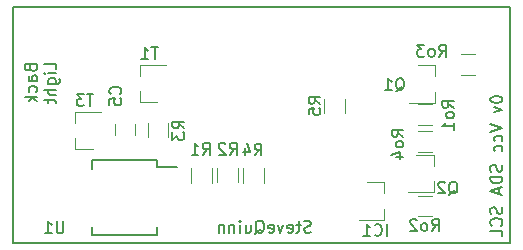
<source format=gbr>
%TF.GenerationSoftware,KiCad,Pcbnew,4.0.7*%
%TF.CreationDate,2018-11-26T14:01:30+00:00*%
%TF.ProjectId,LCD_Controller,4C43445F436F6E74726F6C6C65722E6B,rev?*%
%TF.FileFunction,Legend,Bot*%
%FSLAX46Y46*%
G04 Gerber Fmt 4.6, Leading zero omitted, Abs format (unit mm)*
G04 Created by KiCad (PCBNEW 4.0.7) date 11/26/18 14:01:30*
%MOMM*%
%LPD*%
G01*
G04 APERTURE LIST*
%ADD10C,0.150000*%
%ADD11C,0.120000*%
G04 APERTURE END LIST*
D10*
X141216571Y-54373615D02*
X141264190Y-54516472D01*
X141311810Y-54564091D01*
X141407048Y-54611710D01*
X141549905Y-54611710D01*
X141645143Y-54564091D01*
X141692762Y-54516472D01*
X141740381Y-54421234D01*
X141740381Y-54040281D01*
X140740381Y-54040281D01*
X140740381Y-54373615D01*
X140788000Y-54468853D01*
X140835619Y-54516472D01*
X140930857Y-54564091D01*
X141026095Y-54564091D01*
X141121333Y-54516472D01*
X141168952Y-54468853D01*
X141216571Y-54373615D01*
X141216571Y-54040281D01*
X141740381Y-55468853D02*
X141216571Y-55468853D01*
X141121333Y-55421234D01*
X141073714Y-55325996D01*
X141073714Y-55135519D01*
X141121333Y-55040281D01*
X141692762Y-55468853D02*
X141740381Y-55373615D01*
X141740381Y-55135519D01*
X141692762Y-55040281D01*
X141597524Y-54992662D01*
X141502286Y-54992662D01*
X141407048Y-55040281D01*
X141359429Y-55135519D01*
X141359429Y-55373615D01*
X141311810Y-55468853D01*
X141692762Y-56373615D02*
X141740381Y-56278377D01*
X141740381Y-56087900D01*
X141692762Y-55992662D01*
X141645143Y-55945043D01*
X141549905Y-55897424D01*
X141264190Y-55897424D01*
X141168952Y-55945043D01*
X141121333Y-55992662D01*
X141073714Y-56087900D01*
X141073714Y-56278377D01*
X141121333Y-56373615D01*
X141740381Y-56802186D02*
X140740381Y-56802186D01*
X141359429Y-56897424D02*
X141740381Y-57183139D01*
X141073714Y-57183139D02*
X141454667Y-56802186D01*
X143390381Y-54468853D02*
X143390381Y-53992662D01*
X142390381Y-53992662D01*
X143390381Y-54802186D02*
X142723714Y-54802186D01*
X142390381Y-54802186D02*
X142438000Y-54754567D01*
X142485619Y-54802186D01*
X142438000Y-54849805D01*
X142390381Y-54802186D01*
X142485619Y-54802186D01*
X142723714Y-55706948D02*
X143533238Y-55706948D01*
X143628476Y-55659329D01*
X143676095Y-55611710D01*
X143723714Y-55516471D01*
X143723714Y-55373614D01*
X143676095Y-55278376D01*
X143342762Y-55706948D02*
X143390381Y-55611710D01*
X143390381Y-55421233D01*
X143342762Y-55325995D01*
X143295143Y-55278376D01*
X143199905Y-55230757D01*
X142914190Y-55230757D01*
X142818952Y-55278376D01*
X142771333Y-55325995D01*
X142723714Y-55421233D01*
X142723714Y-55611710D01*
X142771333Y-55706948D01*
X143390381Y-56183138D02*
X142390381Y-56183138D01*
X143390381Y-56611710D02*
X142866571Y-56611710D01*
X142771333Y-56564091D01*
X142723714Y-56468853D01*
X142723714Y-56325995D01*
X142771333Y-56230757D01*
X142818952Y-56183138D01*
X142723714Y-56945043D02*
X142723714Y-57325995D01*
X142390381Y-57087900D02*
X143247524Y-57087900D01*
X143342762Y-57135519D01*
X143390381Y-57230757D01*
X143390381Y-57325995D01*
X180173381Y-56980842D02*
X180173381Y-57076081D01*
X180221000Y-57171319D01*
X180268619Y-57218938D01*
X180363857Y-57266557D01*
X180554333Y-57314176D01*
X180792429Y-57314176D01*
X180982905Y-57266557D01*
X181078143Y-57218938D01*
X181125762Y-57171319D01*
X181173381Y-57076081D01*
X181173381Y-56980842D01*
X181125762Y-56885604D01*
X181078143Y-56837985D01*
X180982905Y-56790366D01*
X180792429Y-56742747D01*
X180554333Y-56742747D01*
X180363857Y-56790366D01*
X180268619Y-56837985D01*
X180221000Y-56885604D01*
X180173381Y-56980842D01*
X180506714Y-57647509D02*
X181173381Y-57885604D01*
X180506714Y-58123700D01*
X180173381Y-59123700D02*
X181173381Y-59457033D01*
X180173381Y-59790367D01*
X181125762Y-60552272D02*
X181173381Y-60457034D01*
X181173381Y-60266557D01*
X181125762Y-60171319D01*
X181078143Y-60123700D01*
X180982905Y-60076081D01*
X180697190Y-60076081D01*
X180601952Y-60123700D01*
X180554333Y-60171319D01*
X180506714Y-60266557D01*
X180506714Y-60457034D01*
X180554333Y-60552272D01*
X181125762Y-61409415D02*
X181173381Y-61314177D01*
X181173381Y-61123700D01*
X181125762Y-61028462D01*
X181078143Y-60980843D01*
X180982905Y-60933224D01*
X180697190Y-60933224D01*
X180601952Y-60980843D01*
X180554333Y-61028462D01*
X180506714Y-61123700D01*
X180506714Y-61314177D01*
X180554333Y-61409415D01*
X181125762Y-62552272D02*
X181173381Y-62695129D01*
X181173381Y-62933225D01*
X181125762Y-63028463D01*
X181078143Y-63076082D01*
X180982905Y-63123701D01*
X180887667Y-63123701D01*
X180792429Y-63076082D01*
X180744810Y-63028463D01*
X180697190Y-62933225D01*
X180649571Y-62742748D01*
X180601952Y-62647510D01*
X180554333Y-62599891D01*
X180459095Y-62552272D01*
X180363857Y-62552272D01*
X180268619Y-62599891D01*
X180221000Y-62647510D01*
X180173381Y-62742748D01*
X180173381Y-62980844D01*
X180221000Y-63123701D01*
X181173381Y-63552272D02*
X180173381Y-63552272D01*
X180173381Y-63790367D01*
X180221000Y-63933225D01*
X180316238Y-64028463D01*
X180411476Y-64076082D01*
X180601952Y-64123701D01*
X180744810Y-64123701D01*
X180935286Y-64076082D01*
X181030524Y-64028463D01*
X181125762Y-63933225D01*
X181173381Y-63790367D01*
X181173381Y-63552272D01*
X180887667Y-64504653D02*
X180887667Y-64980844D01*
X181173381Y-64409415D02*
X180173381Y-64742748D01*
X181173381Y-65076082D01*
X181125762Y-66123701D02*
X181173381Y-66266558D01*
X181173381Y-66504654D01*
X181125762Y-66599892D01*
X181078143Y-66647511D01*
X180982905Y-66695130D01*
X180887667Y-66695130D01*
X180792429Y-66647511D01*
X180744810Y-66599892D01*
X180697190Y-66504654D01*
X180649571Y-66314177D01*
X180601952Y-66218939D01*
X180554333Y-66171320D01*
X180459095Y-66123701D01*
X180363857Y-66123701D01*
X180268619Y-66171320D01*
X180221000Y-66218939D01*
X180173381Y-66314177D01*
X180173381Y-66552273D01*
X180221000Y-66695130D01*
X181078143Y-67695130D02*
X181125762Y-67647511D01*
X181173381Y-67504654D01*
X181173381Y-67409416D01*
X181125762Y-67266558D01*
X181030524Y-67171320D01*
X180935286Y-67123701D01*
X180744810Y-67076082D01*
X180601952Y-67076082D01*
X180411476Y-67123701D01*
X180316238Y-67171320D01*
X180221000Y-67266558D01*
X180173381Y-67409416D01*
X180173381Y-67504654D01*
X180221000Y-67647511D01*
X180268619Y-67695130D01*
X181173381Y-68599892D02*
X181173381Y-68123701D01*
X180173381Y-68123701D01*
X164964572Y-68248162D02*
X164821715Y-68295781D01*
X164583619Y-68295781D01*
X164488381Y-68248162D01*
X164440762Y-68200543D01*
X164393143Y-68105305D01*
X164393143Y-68010067D01*
X164440762Y-67914829D01*
X164488381Y-67867210D01*
X164583619Y-67819590D01*
X164774096Y-67771971D01*
X164869334Y-67724352D01*
X164916953Y-67676733D01*
X164964572Y-67581495D01*
X164964572Y-67486257D01*
X164916953Y-67391019D01*
X164869334Y-67343400D01*
X164774096Y-67295781D01*
X164536000Y-67295781D01*
X164393143Y-67343400D01*
X164107429Y-67629114D02*
X163726477Y-67629114D01*
X163964572Y-67295781D02*
X163964572Y-68152924D01*
X163916953Y-68248162D01*
X163821715Y-68295781D01*
X163726477Y-68295781D01*
X163012190Y-68248162D02*
X163107428Y-68295781D01*
X163297905Y-68295781D01*
X163393143Y-68248162D01*
X163440762Y-68152924D01*
X163440762Y-67771971D01*
X163393143Y-67676733D01*
X163297905Y-67629114D01*
X163107428Y-67629114D01*
X163012190Y-67676733D01*
X162964571Y-67771971D01*
X162964571Y-67867210D01*
X163440762Y-67962448D01*
X162631238Y-67629114D02*
X162393143Y-68295781D01*
X162155047Y-67629114D01*
X161393142Y-68248162D02*
X161488380Y-68295781D01*
X161678857Y-68295781D01*
X161774095Y-68248162D01*
X161821714Y-68152924D01*
X161821714Y-67771971D01*
X161774095Y-67676733D01*
X161678857Y-67629114D01*
X161488380Y-67629114D01*
X161393142Y-67676733D01*
X161345523Y-67771971D01*
X161345523Y-67867210D01*
X161821714Y-67962448D01*
X160250285Y-68391019D02*
X160345523Y-68343400D01*
X160440761Y-68248162D01*
X160583618Y-68105305D01*
X160678857Y-68057686D01*
X160774095Y-68057686D01*
X160726476Y-68295781D02*
X160821714Y-68248162D01*
X160916952Y-68152924D01*
X160964571Y-67962448D01*
X160964571Y-67629114D01*
X160916952Y-67438638D01*
X160821714Y-67343400D01*
X160726476Y-67295781D01*
X160535999Y-67295781D01*
X160440761Y-67343400D01*
X160345523Y-67438638D01*
X160297904Y-67629114D01*
X160297904Y-67962448D01*
X160345523Y-68152924D01*
X160440761Y-68248162D01*
X160535999Y-68295781D01*
X160726476Y-68295781D01*
X159440761Y-67629114D02*
X159440761Y-68295781D01*
X159869333Y-67629114D02*
X159869333Y-68152924D01*
X159821714Y-68248162D01*
X159726476Y-68295781D01*
X159583618Y-68295781D01*
X159488380Y-68248162D01*
X159440761Y-68200543D01*
X158964571Y-68295781D02*
X158964571Y-67629114D01*
X158964571Y-67295781D02*
X159012190Y-67343400D01*
X158964571Y-67391019D01*
X158916952Y-67343400D01*
X158964571Y-67295781D01*
X158964571Y-67391019D01*
X158488381Y-67629114D02*
X158488381Y-68295781D01*
X158488381Y-67724352D02*
X158440762Y-67676733D01*
X158345524Y-67629114D01*
X158202666Y-67629114D01*
X158107428Y-67676733D01*
X158059809Y-67771971D01*
X158059809Y-68295781D01*
X157583619Y-67629114D02*
X157583619Y-68295781D01*
X157583619Y-67724352D02*
X157536000Y-67676733D01*
X157440762Y-67629114D01*
X157297904Y-67629114D01*
X157202666Y-67676733D01*
X157155047Y-67771971D01*
X157155047Y-68295781D01*
X181787800Y-69189600D02*
X181787800Y-49174400D01*
X139776200Y-69189600D02*
X181787800Y-69189600D01*
X139776200Y-49174400D02*
X139776200Y-69189600D01*
X181813200Y-49174400D02*
X139776200Y-49174400D01*
D11*
X148400400Y-60063000D02*
X148400400Y-59063000D01*
X150100400Y-59063000D02*
X150100400Y-60063000D01*
X171194000Y-64040900D02*
X171194000Y-64970900D01*
X171194000Y-67200900D02*
X171194000Y-66270900D01*
X171194000Y-67200900D02*
X169034000Y-67200900D01*
X171194000Y-64040900D02*
X169734000Y-64040900D01*
X175473900Y-54134900D02*
X175473900Y-55064900D01*
X175473900Y-57294900D02*
X175473900Y-56364900D01*
X175473900Y-57294900D02*
X173313900Y-57294900D01*
X175473900Y-54134900D02*
X174013900Y-54134900D01*
X175359600Y-61729500D02*
X175359600Y-62659500D01*
X175359600Y-64889500D02*
X175359600Y-63959500D01*
X175359600Y-64889500D02*
X173199600Y-64889500D01*
X175359600Y-61729500D02*
X173899600Y-61729500D01*
X156569300Y-64061900D02*
X156569300Y-62861900D01*
X154809300Y-62861900D02*
X154809300Y-64061900D01*
X158791800Y-64049200D02*
X158791800Y-62849200D01*
X157031800Y-62849200D02*
X157031800Y-64049200D01*
X152899000Y-60188400D02*
X152899000Y-58988400D01*
X151139000Y-58988400D02*
X151139000Y-60188400D01*
X160976200Y-64061900D02*
X160976200Y-62861900D01*
X159216200Y-62861900D02*
X159216200Y-64061900D01*
X167846900Y-58143700D02*
X167846900Y-56943700D01*
X166086900Y-56943700D02*
X166086900Y-58143700D01*
X175237700Y-57400300D02*
X174037700Y-57400300D01*
X174037700Y-59160300D02*
X175237700Y-59160300D01*
X175199600Y-65172700D02*
X173999600Y-65172700D01*
X173999600Y-66932700D02*
X175199600Y-66932700D01*
X177695300Y-54956600D02*
X178895300Y-54956600D01*
X178895300Y-53196600D02*
X177695300Y-53196600D01*
X175199600Y-59699000D02*
X173999600Y-59699000D01*
X173999600Y-61459000D02*
X175199600Y-61459000D01*
X150509700Y-57231400D02*
X150509700Y-56301400D01*
X150509700Y-54071400D02*
X150509700Y-55001400D01*
X150509700Y-54071400D02*
X152669700Y-54071400D01*
X150509700Y-57231400D02*
X151969700Y-57231400D01*
X145036000Y-61206500D02*
X145036000Y-60276500D01*
X145036000Y-58046500D02*
X145036000Y-58976500D01*
X145036000Y-58046500D02*
X147196000Y-58046500D01*
X145036000Y-61206500D02*
X146496000Y-61206500D01*
D10*
X151911500Y-62123800D02*
X151911500Y-62778800D01*
X146411500Y-62123800D02*
X146411500Y-62873800D01*
X146411500Y-68533800D02*
X146411500Y-67783800D01*
X151911500Y-68533800D02*
X151911500Y-67783800D01*
X151911500Y-62123800D02*
X146411500Y-62123800D01*
X151911500Y-68533800D02*
X146411500Y-68533800D01*
X151911500Y-62778800D02*
X153661500Y-62778800D01*
X148820143Y-56551534D02*
X148867762Y-56503915D01*
X148915381Y-56361058D01*
X148915381Y-56265820D01*
X148867762Y-56122962D01*
X148772524Y-56027724D01*
X148677286Y-55980105D01*
X148486810Y-55932486D01*
X148343952Y-55932486D01*
X148153476Y-55980105D01*
X148058238Y-56027724D01*
X147963000Y-56122962D01*
X147915381Y-56265820D01*
X147915381Y-56361058D01*
X147963000Y-56503915D01*
X148010619Y-56551534D01*
X147915381Y-57456296D02*
X147915381Y-56980105D01*
X148391571Y-56932486D01*
X148343952Y-56980105D01*
X148296333Y-57075343D01*
X148296333Y-57313439D01*
X148343952Y-57408677D01*
X148391571Y-57456296D01*
X148486810Y-57503915D01*
X148724905Y-57503915D01*
X148820143Y-57456296D01*
X148867762Y-57408677D01*
X148915381Y-57313439D01*
X148915381Y-57075343D01*
X148867762Y-56980105D01*
X148820143Y-56932486D01*
X171410190Y-68573281D02*
X171410190Y-67573281D01*
X170362571Y-68478043D02*
X170410190Y-68525662D01*
X170553047Y-68573281D01*
X170648285Y-68573281D01*
X170791143Y-68525662D01*
X170886381Y-68430424D01*
X170934000Y-68335186D01*
X170981619Y-68144710D01*
X170981619Y-68001852D01*
X170934000Y-67811376D01*
X170886381Y-67716138D01*
X170791143Y-67620900D01*
X170648285Y-67573281D01*
X170553047Y-67573281D01*
X170410190Y-67620900D01*
X170362571Y-67668519D01*
X169410190Y-68573281D02*
X169981619Y-68573281D01*
X169695905Y-68573281D02*
X169695905Y-67573281D01*
X169791143Y-67716138D01*
X169886381Y-67811376D01*
X169981619Y-67858995D01*
X172142138Y-56313319D02*
X172237376Y-56265700D01*
X172332614Y-56170462D01*
X172475471Y-56027605D01*
X172570710Y-55979986D01*
X172665948Y-55979986D01*
X172618329Y-56218081D02*
X172713567Y-56170462D01*
X172808805Y-56075224D01*
X172856424Y-55884748D01*
X172856424Y-55551414D01*
X172808805Y-55360938D01*
X172713567Y-55265700D01*
X172618329Y-55218081D01*
X172427852Y-55218081D01*
X172332614Y-55265700D01*
X172237376Y-55360938D01*
X172189757Y-55551414D01*
X172189757Y-55884748D01*
X172237376Y-56075224D01*
X172332614Y-56170462D01*
X172427852Y-56218081D01*
X172618329Y-56218081D01*
X171237376Y-56218081D02*
X171808805Y-56218081D01*
X171523091Y-56218081D02*
X171523091Y-55218081D01*
X171618329Y-55360938D01*
X171713567Y-55456176D01*
X171808805Y-55503795D01*
X176637938Y-65076319D02*
X176733176Y-65028700D01*
X176828414Y-64933462D01*
X176971271Y-64790605D01*
X177066510Y-64742986D01*
X177161748Y-64742986D01*
X177114129Y-64981081D02*
X177209367Y-64933462D01*
X177304605Y-64838224D01*
X177352224Y-64647748D01*
X177352224Y-64314414D01*
X177304605Y-64123938D01*
X177209367Y-64028700D01*
X177114129Y-63981081D01*
X176923652Y-63981081D01*
X176828414Y-64028700D01*
X176733176Y-64123938D01*
X176685557Y-64314414D01*
X176685557Y-64647748D01*
X176733176Y-64838224D01*
X176828414Y-64933462D01*
X176923652Y-64981081D01*
X177114129Y-64981081D01*
X176304605Y-64076319D02*
X176256986Y-64028700D01*
X176161748Y-63981081D01*
X175923652Y-63981081D01*
X175828414Y-64028700D01*
X175780795Y-64076319D01*
X175733176Y-64171557D01*
X175733176Y-64266795D01*
X175780795Y-64409652D01*
X176352224Y-64981081D01*
X175733176Y-64981081D01*
X155817866Y-61704481D02*
X156151200Y-61228290D01*
X156389295Y-61704481D02*
X156389295Y-60704481D01*
X156008342Y-60704481D01*
X155913104Y-60752100D01*
X155865485Y-60799719D01*
X155817866Y-60894957D01*
X155817866Y-61037814D01*
X155865485Y-61133052D01*
X155913104Y-61180671D01*
X156008342Y-61228290D01*
X156389295Y-61228290D01*
X154865485Y-61704481D02*
X155436914Y-61704481D01*
X155151200Y-61704481D02*
X155151200Y-60704481D01*
X155246438Y-60847338D01*
X155341676Y-60942576D01*
X155436914Y-60990195D01*
X158103866Y-61691781D02*
X158437200Y-61215590D01*
X158675295Y-61691781D02*
X158675295Y-60691781D01*
X158294342Y-60691781D01*
X158199104Y-60739400D01*
X158151485Y-60787019D01*
X158103866Y-60882257D01*
X158103866Y-61025114D01*
X158151485Y-61120352D01*
X158199104Y-61167971D01*
X158294342Y-61215590D01*
X158675295Y-61215590D01*
X157722914Y-60787019D02*
X157675295Y-60739400D01*
X157580057Y-60691781D01*
X157341961Y-60691781D01*
X157246723Y-60739400D01*
X157199104Y-60787019D01*
X157151485Y-60882257D01*
X157151485Y-60977495D01*
X157199104Y-61120352D01*
X157770533Y-61691781D01*
X157151485Y-61691781D01*
X154249381Y-59472534D02*
X153773190Y-59139200D01*
X154249381Y-58901105D02*
X153249381Y-58901105D01*
X153249381Y-59282058D01*
X153297000Y-59377296D01*
X153344619Y-59424915D01*
X153439857Y-59472534D01*
X153582714Y-59472534D01*
X153677952Y-59424915D01*
X153725571Y-59377296D01*
X153773190Y-59282058D01*
X153773190Y-58901105D01*
X153249381Y-59805867D02*
X153249381Y-60424915D01*
X153630333Y-60091581D01*
X153630333Y-60234439D01*
X153677952Y-60329677D01*
X153725571Y-60377296D01*
X153820810Y-60424915D01*
X154058905Y-60424915D01*
X154154143Y-60377296D01*
X154201762Y-60329677D01*
X154249381Y-60234439D01*
X154249381Y-59948724D01*
X154201762Y-59853486D01*
X154154143Y-59805867D01*
X160212066Y-61767981D02*
X160545400Y-61291790D01*
X160783495Y-61767981D02*
X160783495Y-60767981D01*
X160402542Y-60767981D01*
X160307304Y-60815600D01*
X160259685Y-60863219D01*
X160212066Y-60958457D01*
X160212066Y-61101314D01*
X160259685Y-61196552D01*
X160307304Y-61244171D01*
X160402542Y-61291790D01*
X160783495Y-61291790D01*
X159354923Y-61101314D02*
X159354923Y-61767981D01*
X159593019Y-60720362D02*
X159831114Y-61434648D01*
X159212066Y-61434648D01*
X165769281Y-57377034D02*
X165293090Y-57043700D01*
X165769281Y-56805605D02*
X164769281Y-56805605D01*
X164769281Y-57186558D01*
X164816900Y-57281796D01*
X164864519Y-57329415D01*
X164959757Y-57377034D01*
X165102614Y-57377034D01*
X165197852Y-57329415D01*
X165245471Y-57281796D01*
X165293090Y-57186558D01*
X165293090Y-56805605D01*
X164769281Y-58281796D02*
X164769281Y-57805605D01*
X165245471Y-57757986D01*
X165197852Y-57805605D01*
X165150233Y-57900843D01*
X165150233Y-58138939D01*
X165197852Y-58234177D01*
X165245471Y-58281796D01*
X165340710Y-58329415D01*
X165578805Y-58329415D01*
X165674043Y-58281796D01*
X165721662Y-58234177D01*
X165769281Y-58138939D01*
X165769281Y-57900843D01*
X165721662Y-57805605D01*
X165674043Y-57757986D01*
X177071281Y-57724753D02*
X176595090Y-57391419D01*
X177071281Y-57153324D02*
X176071281Y-57153324D01*
X176071281Y-57534277D01*
X176118900Y-57629515D01*
X176166519Y-57677134D01*
X176261757Y-57724753D01*
X176404614Y-57724753D01*
X176499852Y-57677134D01*
X176547471Y-57629515D01*
X176595090Y-57534277D01*
X176595090Y-57153324D01*
X177071281Y-58296181D02*
X177023662Y-58200943D01*
X176976043Y-58153324D01*
X176880805Y-58105705D01*
X176595090Y-58105705D01*
X176499852Y-58153324D01*
X176452233Y-58200943D01*
X176404614Y-58296181D01*
X176404614Y-58439039D01*
X176452233Y-58534277D01*
X176499852Y-58581896D01*
X176595090Y-58629515D01*
X176880805Y-58629515D01*
X176976043Y-58581896D01*
X177023662Y-58534277D01*
X177071281Y-58439039D01*
X177071281Y-58296181D01*
X177071281Y-59581896D02*
X177071281Y-59010467D01*
X177071281Y-59296181D02*
X176071281Y-59296181D01*
X176214138Y-59200943D01*
X176309376Y-59105705D01*
X176356995Y-59010467D01*
X175218647Y-68155081D02*
X175551981Y-67678890D01*
X175790076Y-68155081D02*
X175790076Y-67155081D01*
X175409123Y-67155081D01*
X175313885Y-67202700D01*
X175266266Y-67250319D01*
X175218647Y-67345557D01*
X175218647Y-67488414D01*
X175266266Y-67583652D01*
X175313885Y-67631271D01*
X175409123Y-67678890D01*
X175790076Y-67678890D01*
X174647219Y-68155081D02*
X174742457Y-68107462D01*
X174790076Y-68059843D01*
X174837695Y-67964605D01*
X174837695Y-67678890D01*
X174790076Y-67583652D01*
X174742457Y-67536033D01*
X174647219Y-67488414D01*
X174504361Y-67488414D01*
X174409123Y-67536033D01*
X174361504Y-67583652D01*
X174313885Y-67678890D01*
X174313885Y-67964605D01*
X174361504Y-68059843D01*
X174409123Y-68107462D01*
X174504361Y-68155081D01*
X174647219Y-68155081D01*
X173932933Y-67250319D02*
X173885314Y-67202700D01*
X173790076Y-67155081D01*
X173551980Y-67155081D01*
X173456742Y-67202700D01*
X173409123Y-67250319D01*
X173361504Y-67345557D01*
X173361504Y-67440795D01*
X173409123Y-67583652D01*
X173980552Y-68155081D01*
X173361504Y-68155081D01*
X175815547Y-53398681D02*
X176148881Y-52922490D01*
X176386976Y-53398681D02*
X176386976Y-52398681D01*
X176006023Y-52398681D01*
X175910785Y-52446300D01*
X175863166Y-52493919D01*
X175815547Y-52589157D01*
X175815547Y-52732014D01*
X175863166Y-52827252D01*
X175910785Y-52874871D01*
X176006023Y-52922490D01*
X176386976Y-52922490D01*
X175244119Y-53398681D02*
X175339357Y-53351062D01*
X175386976Y-53303443D01*
X175434595Y-53208205D01*
X175434595Y-52922490D01*
X175386976Y-52827252D01*
X175339357Y-52779633D01*
X175244119Y-52732014D01*
X175101261Y-52732014D01*
X175006023Y-52779633D01*
X174958404Y-52827252D01*
X174910785Y-52922490D01*
X174910785Y-53208205D01*
X174958404Y-53303443D01*
X175006023Y-53351062D01*
X175101261Y-53398681D01*
X175244119Y-53398681D01*
X174577452Y-52398681D02*
X173958404Y-52398681D01*
X174291738Y-52779633D01*
X174148880Y-52779633D01*
X174053642Y-52827252D01*
X174006023Y-52874871D01*
X173958404Y-52970110D01*
X173958404Y-53208205D01*
X174006023Y-53303443D01*
X174053642Y-53351062D01*
X174148880Y-53398681D01*
X174434595Y-53398681D01*
X174529833Y-53351062D01*
X174577452Y-53303443D01*
X172804081Y-60163153D02*
X172327890Y-59829819D01*
X172804081Y-59591724D02*
X171804081Y-59591724D01*
X171804081Y-59972677D01*
X171851700Y-60067915D01*
X171899319Y-60115534D01*
X171994557Y-60163153D01*
X172137414Y-60163153D01*
X172232652Y-60115534D01*
X172280271Y-60067915D01*
X172327890Y-59972677D01*
X172327890Y-59591724D01*
X172804081Y-60734581D02*
X172756462Y-60639343D01*
X172708843Y-60591724D01*
X172613605Y-60544105D01*
X172327890Y-60544105D01*
X172232652Y-60591724D01*
X172185033Y-60639343D01*
X172137414Y-60734581D01*
X172137414Y-60877439D01*
X172185033Y-60972677D01*
X172232652Y-61020296D01*
X172327890Y-61067915D01*
X172613605Y-61067915D01*
X172708843Y-61020296D01*
X172756462Y-60972677D01*
X172804081Y-60877439D01*
X172804081Y-60734581D01*
X172137414Y-61925058D02*
X172804081Y-61925058D01*
X171756462Y-61686962D02*
X172470748Y-61448867D01*
X172470748Y-62067915D01*
X152031605Y-52603781D02*
X151460176Y-52603781D01*
X151745891Y-53603781D02*
X151745891Y-52603781D01*
X150603033Y-53603781D02*
X151174462Y-53603781D01*
X150888748Y-53603781D02*
X150888748Y-52603781D01*
X150983986Y-52746638D01*
X151079224Y-52841876D01*
X151174462Y-52889495D01*
X146557905Y-56578881D02*
X145986476Y-56578881D01*
X146272191Y-57578881D02*
X146272191Y-56578881D01*
X145748381Y-56578881D02*
X145129333Y-56578881D01*
X145462667Y-56959833D01*
X145319809Y-56959833D01*
X145224571Y-57007452D01*
X145176952Y-57055071D01*
X145129333Y-57150310D01*
X145129333Y-57388405D01*
X145176952Y-57483643D01*
X145224571Y-57531262D01*
X145319809Y-57578881D01*
X145605524Y-57578881D01*
X145700762Y-57531262D01*
X145748381Y-57483643D01*
X144017905Y-67346581D02*
X144017905Y-68156105D01*
X143970286Y-68251343D01*
X143922667Y-68298962D01*
X143827429Y-68346581D01*
X143636952Y-68346581D01*
X143541714Y-68298962D01*
X143494095Y-68251343D01*
X143446476Y-68156105D01*
X143446476Y-67346581D01*
X142446476Y-68346581D02*
X143017905Y-68346581D01*
X142732191Y-68346581D02*
X142732191Y-67346581D01*
X142827429Y-67489438D01*
X142922667Y-67584676D01*
X143017905Y-67632295D01*
M02*

</source>
